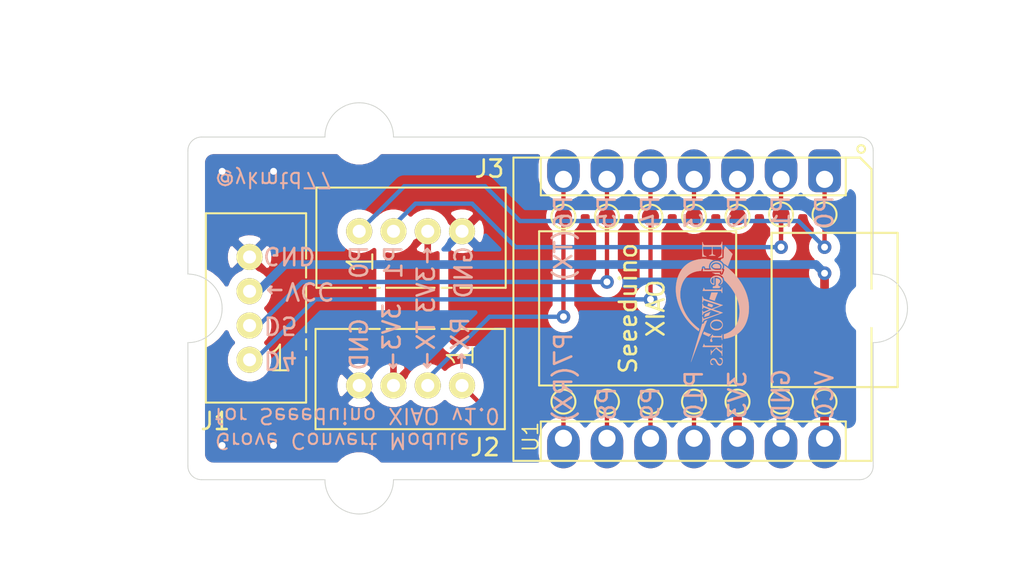
<source format=kicad_pcb>
(kicad_pcb (version 20171130) (host pcbnew "(5.1.6)-1")
  (layers (0 F.Cu signal) (31 B.Cu signal) (34 B.Paste user) (35 F.Paste user) (36 B.SilkS user) (37 F.SilkS user) (38 B.Mask user) (39 F.Mask user) (44 Edge.Cuts user))
  (net 0 "")
  (net 1 /GND)
  (net 2 /5V)
  (net 3 /A5_D5_SCL)
  (net 4 /A4_D4_SDA)
  (net 5 /A7_D7_RX)
  (net 6 /A6_D6_TX)
  (net 7 /3V3)
  (net 8 /A1_D1)
  (net 9 /A0_D0)
  (net 10 /A2_D2)
  (net 11 /A3_D3)
  (net 12 /A8_D8_SCK)
  (net 13 /A9_D9_MISO)
  (net 14 /A10_D10_MOSI)
  (module "SeeeduinoXIAO_Header:Seeeduino XIAO-MOUDLE14P-2.54-21X17.8MM_Header" (layer F.Cu) (at 119 101.2 270)
    (fp_text reference U1 (at 16.3 -1 270) (layer F.SilkS) (effects (font (size 0.889 0.889) (thickness 0.1016))))
    (fp_text value "" (at 8.89 -10.795 270) (layer F.SilkS) (effects (font (size 0.6096 0.6096) (thickness 0.0762))))
    (pad 1 thru_hole roundrect (at 1.27 -18.161 270) (size 2.5 1.9) (drill 1 (offset -0.5 0)) (layers *.Cu *.Mask) (net 9 /A0_D0))
    (pad 2 thru_hole oval (at 1.27 -15.621 270) (size 2.5 1.9) (drill 1 (offset -0.5 0)) (layers *.Cu *.Mask) (net 8 /A1_D1))
    (pad 3 thru_hole oval (at 1.27 -13.081 270) (size 2.5 1.9) (drill 1 (offset -0.5 0)) (layers *.Cu *.Mask) (net 10 /A2_D2))
    (pad 4 thru_hole oval (at 1.27 -10.541 270) (size 2.5 1.9) (drill 1 (offset -0.5 0)) (layers *.Cu *.Mask) (net 11 /A3_D3))
    (pad 5 thru_hole oval (at 1.27 -8.001 270) (size 2.5 1.9) (drill 1 (offset -0.5 0)) (layers *.Cu *.Mask) (net 4 /A4_D4_SDA))
    (pad 6 thru_hole oval (at 1.27 -5.461 270) (size 2.5 1.9) (drill 1 (offset -0.5 0)) (layers *.Cu *.Mask) (net 3 /A5_D5_SCL))
    (pad 7 thru_hole oval (at 1.27 -2.921 270) (size 2.5 1.9) (drill 1 (offset -0.5 0)) (layers *.Cu *.Mask) (net 6 /A6_D6_TX))
    (pad 8 thru_hole oval (at 16.383 -2.921 270) (size 2.5 1.9) (drill 1 (offset 0.5 0)) (layers *.Cu *.Mask) (net 5 /A7_D7_RX))
    (pad 9 thru_hole oval (at 16.383 -5.461 270) (size 2.5 1.9) (drill 1 (offset 0.5 0)) (layers *.Cu *.Mask) (net 12 /A8_D8_SCK))
    (pad 10 thru_hole oval (at 16.383 -8.001 270) (size 2.5 1.9) (drill 1 (offset 0.5 0)) (layers *.Cu *.Mask) (net 13 /A9_D9_MISO))
    (pad 11 thru_hole oval (at 16.383 -10.541 270) (size 2.5 1.9) (drill 1 (offset 0.5 0)) (layers *.Cu *.Mask) (net 14 /A10_D10_MOSI))
    (pad 12 thru_hole oval (at 16.383 -13.081 270) (size 2.5 1.9) (drill 1 (offset 0.5 0)) (layers *.Cu *.Mask) (net 7 /3V3))
    (pad 13 thru_hole oval (at 16.383 -15.621 270) (size 2.5 1.9) (drill 1 (offset 0.5 0)) (layers *.Cu *.Mask) (net 1 /GND))
    (pad 14 thru_hole oval (at 16.383 -18.161 270) (size 2.5 1.9) (drill 1 (offset 0.5 0)) (layers *.Cu *.Mask) (net 2 /5V))
  )
  (module Connector_Grove:Grove_1x04 (layer F.Cu) (at 103.6 113 180)
    (fp_text reference J1 (at 2 -3.586 180) (layer F.SilkS))
    (fp_text value Conn_01x04)
    (fp_text user 1 (at -1.775 0.075 180) (layer F.SilkS) (effects (font (size 1.5 1.5) (thickness 0.12))))
    (pad 1 thru_hole circle (at 0 0 180) (size 1.524 1.524) (drill 0.762) (layers *.Cu *.Mask F.SilkS) (net 4 /A4_D4_SDA))
    (pad 2 thru_hole circle (at 0 2 180) (size 1.524 1.524) (drill 0.762) (layers *.Cu *.Mask F.SilkS) (net 3 /A5_D5_SCL))
    (pad 3 thru_hole circle (at 0 4 180) (size 1.524 1.524) (drill 0.762) (layers *.Cu *.Mask F.SilkS) (net 2 /5V))
    (pad 4 thru_hole circle (at 0 6 180) (size 1.524 1.524) (drill 0.762) (layers *.Cu *.Mask F.SilkS) (net 1 /GND))
  )
  (module Connector_Grove:Grove_1x04 (layer F.Cu) (at 116 114.5 270)
    (fp_text reference J2 (at 3.61 -1.348) (layer F.SilkS))
    (fp_text value Conn_01x04)
    (fp_text user 1 (at -1.775 0.075 270) (layer F.SilkS) (effects (font (size 1.5 1.5) (thickness 0.12))))
    (pad 1 thru_hole circle (at 0 0 270) (size 1.524 1.524) (drill 0.762) (layers *.Cu *.Mask F.SilkS) (net 5 /A7_D7_RX))
    (pad 2 thru_hole circle (at 0 2 270) (size 1.524 1.524) (drill 0.762) (layers *.Cu *.Mask F.SilkS) (net 6 /A6_D6_TX))
    (pad 3 thru_hole circle (at 0 4 270) (size 1.524 1.524) (drill 0.762) (layers *.Cu *.Mask F.SilkS) (net 7 /3V3))
    (pad 4 thru_hole circle (at 0 6 270) (size 1.524 1.524) (drill 0.762) (layers *.Cu *.Mask F.SilkS) (net 1 /GND))
  )
  (module Connector_Grove:Grove_1x04 (layer F.Cu) (at 110 105.5 90)
    (fp_text reference J3 (at 3.646 7.602 180) (layer F.SilkS))
    (fp_text value Conn_01x04)
    (fp_text user 1 (at -1.775 0.075 90) (layer F.SilkS) (effects (font (size 1.5 1.5) (thickness 0.12))))
    (pad 1 thru_hole circle (at 0 0 90) (size 1.524 1.524) (drill 0.762) (layers *.Cu *.Mask F.SilkS) (net 9 /A0_D0))
    (pad 2 thru_hole circle (at 0 2 90) (size 1.524 1.524) (drill 0.762) (layers *.Cu *.Mask F.SilkS) (net 8 /A1_D1))
    (pad 3 thru_hole circle (at 0 4 90) (size 1.524 1.524) (drill 0.762) (layers *.Cu *.Mask F.SilkS) (net 7 /3V3))
    (pad 4 thru_hole circle (at 0 6 90) (size 1.524 1.524) (drill 0.762) (layers *.Cu *.Mask F.SilkS) (net 1 /GND))
  )
  (module TestPoint:TestPoint_Pad_D1.0mm (layer F.Cu) (at 137.16 104.521 90)
    (fp_text reference "" (at 0 -1.448 90) (layer F.SilkS))
    (fp_text value TestPoint)
    (pad 1 smd circle (at 0 0 90) (size 1 1) (layers F.Cu F.Mask) (net 9 /A0_D0))
  )
  (module TestPoint:TestPoint_Pad_D1.0mm (layer F.Cu) (at 134.62 104.521)
    (fp_text reference "" (at 0 -1.448) (layer F.SilkS))
    (fp_text value TestPoint)
    (pad 1 smd circle (at 0 0) (size 1 1) (layers F.Cu F.Mask) (net 8 /A1_D1))
  )
  (module TestPoint:TestPoint_Pad_D1.0mm (layer F.Cu) (at 132.08 104.648)
    (fp_text reference "" (at 0 -1.448) (layer F.SilkS))
    (fp_text value TestPoint)
    (pad 1 smd circle (at 0 0) (size 1 1) (layers F.Cu F.Mask) (net 10 /A2_D2))
  )
  (module TestPoint:TestPoint_Pad_D1.0mm (layer F.Cu) (at 129.54 104.648)
    (fp_text reference "" (at -6.735001 17.574999) (layer F.SilkS))
    (fp_text value TestPoint)
    (pad 1 smd circle (at 0 0) (size 1 1) (layers F.Cu F.Mask) (net 11 /A3_D3))
  )
  (module TestPoint:TestPoint_Pad_D1.0mm (layer F.Cu) (at 127 104.648 90)
    (fp_text reference "" (at 0 -1.448 90) (layer F.SilkS))
    (fp_text value TestPoint)
    (pad 1 smd circle (at 0 0 90) (size 1 1) (layers F.Cu F.Mask) (net 4 /A4_D4_SDA))
  )
  (module TestPoint:TestPoint_Pad_D1.0mm (layer F.Cu) (at 124.46 104.648)
    (fp_text reference "" (at 0 -1.448) (layer F.SilkS))
    (fp_text value TestPoint)
    (pad 1 smd circle (at 0 0) (size 1 1) (layers F.Cu F.Mask) (net 3 /A5_D5_SCL))
  )
  (module TestPoint:TestPoint_Pad_D1.0mm (layer F.Cu) (at 121.92 104.648)
    (fp_text reference "" (at 0 -1.448) (layer F.SilkS))
    (fp_text value TestPoint)
    (pad 1 smd circle (at 0 0) (size 1 1) (layers F.Cu F.Mask) (net 6 /A6_D6_TX))
  )
  (module TestPoint:TestPoint_Pad_D1.0mm (layer F.Cu) (at 121.92 115.443)
    (fp_text reference "" (at 0 -1.448) (layer F.SilkS))
    (fp_text value TestPoint)
    (pad 1 smd circle (at 0 0) (size 1 1) (layers F.Cu F.Mask) (net 5 /A7_D7_RX))
  )
  (module TestPoint:TestPoint_Pad_D1.0mm (layer F.Cu) (at 124.46 115.443)
    (fp_text reference "" (at 0 -1.448) (layer F.SilkS))
    (fp_text value TestPoint)
    (pad 1 smd circle (at 0 0) (size 1 1) (layers F.Cu F.Mask) (net 12 /A8_D8_SCK))
  )
  (module TestPoint:TestPoint_Pad_D1.0mm (layer F.Cu) (at 127 115.443)
    (fp_text reference "" (at 0 -1.448) (layer F.SilkS))
    (fp_text value TestPoint)
    (pad 1 smd circle (at 0 0) (size 1 1) (layers F.Cu F.Mask) (net 13 /A9_D9_MISO))
  )
  (module TestPoint:TestPoint_Pad_D1.0mm (layer F.Cu) (at 129.54 115.443)
    (fp_text reference "" (at 0 -1.448) (layer F.SilkS))
    (fp_text value TestPoint)
    (pad 1 smd circle (at 0 0) (size 1 1) (layers F.Cu F.Mask) (net 14 /A10_D10_MOSI))
  )
  (module TestPoint:TestPoint_Pad_D1.0mm (layer F.Cu) (at 132.08 115.443)
    (fp_text reference "" (at 0 -1.448) (layer F.SilkS))
    (fp_text value TestPoint)
    (pad 1 smd circle (at 0 0) (size 1 1) (layers F.Cu F.Mask) (net 7 /3V3))
  )
  (module TestPoint:TestPoint_Pad_D1.0mm (layer F.Cu) (at 134.62 115.443)
    (fp_text reference "" (at 12.446 -2.286) (layer F.SilkS))
    (fp_text value TestPoint)
    (pad 1 smd circle (at 0 0) (size 1 1) (layers F.Cu F.Mask) (net 1 /GND))
  )
  (module TestPoint:TestPoint_Pad_D1.0mm (layer F.Cu) (at 137.16 115.443)
    (fp_text reference "" (at 9.398 -0.254) (layer F.SilkS))
    (fp_text value TestPoint)
    (pad 1 smd circle (at 0 0) (size 1 1) (layers F.Cu F.Mask) (net 2 /5V))
  )
  (module MountingHole:MountingHole_2.2mm_M2 (layer F.Cu) (at 110 100)
    (fp_text reference "" (at 5.824 -3.48) (layer F.SilkS))
    (fp_text value MountingHole_2.2mm_M2)
    (pad 1 np_thru_hole circle (at 0 0) (size 2.2 2.2) (drill 2.2) (layers *.Cu *.Mask))
  )
  (module MountingHole:MountingHole_2.2mm_M2 (layer F.Cu) (at 110 120)
    (fp_text reference "" (at -0.018 4.968) (layer F.SilkS))
    (fp_text value MountingHole_2.2mm_M2)
    (pad 1 np_thru_hole circle (at 0 0) (size 2.2 2.2) (drill 2.2) (layers *.Cu *.Mask))
  )
  (module MountingHole:MountingHole_2.2mm_M2 (layer F.Cu) (at 140 110)
    (fp_text reference "" (at 8.59 -1.288) (layer F.SilkS))
    (fp_text value MountingHole_2.2mm_M2)
    (pad 1 np_thru_hole circle (at 0 0) (size 2.2 2.2) (drill 2.2) (layers *.Cu *.Mask))
  )
  (module image_silk:image_edelworks_logo_origin (layer B.Cu) (at 130.5 109.5 270)
    (fp_text reference "" hide)
    (fp_text value "" hide)
  )
  (gr_line (start 132 105.5) (end 120.5 105.5) (angle 90) (layer F.SilkS) (width 0.12))
  (gr_line (start 132 114.5) (end 132 105.5) (angle 90) (layer F.SilkS) (width 0.12))
  (gr_line (start 120.5 114.5) (end 132 114.5) (angle 90) (layer F.SilkS) (width 0.12))
  (gr_line (start 120.5 105.5) (end 120.5 114.5) (angle 90) (layer F.SilkS) (width 0.12))
  (gr_text "Seeeduino\nXIAO" (at 126.5 110 90) (layer F.SilkS) (effects (font (size 1 1))))
  (gr_text "Grove Convert Module\nfor Seeeduino XIAO v1.0" (at 101.5 117 180) (layer B.SilkS) (effects (font (size 0.9 0.9) (thickness 0.12)) (justify left mirror)))
  (gr_text @ykmtd77 (at 101.5 102.5 180) (layer B.SilkS) (effects (font (size 0.9 0.9) (thickness 0.12)) (justify left mirror)))
  (gr_text P0 (at 137.16 104.394 90) (layer B.SilkS) (effects (font (size 1 1)) (justify mirror)))
  (gr_text P1 (at 134.62 104.394 90) (layer B.SilkS) (effects (font (size 1 1)) (justify mirror)))
  (gr_text P2 (at 132.08 104.394 90) (layer B.SilkS) (effects (font (size 1 1)) (justify mirror)))
  (gr_text P3 (at 129.54 104.394 90) (layer B.SilkS) (effects (font (size 1 1)) (justify mirror)))
  (gr_text P4 (at 127 104.394 90) (layer B.SilkS) (effects (font (size 1 1)) (justify mirror)))
  (gr_text P5 (at 124.46 104.394 90) (layer B.SilkS) (effects (font (size 1 1)) (justify mirror)))
  (gr_text "P6(TX)" (at 121.92 105.918 90) (layer B.SilkS) (effects (font (size 1 1)) (justify mirror)))
  (gr_text "P7(RX)" (at 121.92 114.046 90) (layer B.SilkS) (effects (font (size 1 1)) (justify mirror)))
  (gr_text "P8\n" (at 124.46 115.57 90) (layer B.SilkS) (effects (font (size 1 1)) (justify mirror)))
  (gr_text P9 (at 127 115.57 90) (layer B.SilkS) (effects (font (size 1 1)) (justify mirror)))
  (gr_text P10 (at 129.54 115.062 90) (layer B.SilkS) (effects (font (size 1 1)) (justify mirror)))
  (gr_text 3V3 (at 132.08 115.062 90) (layer B.SilkS) (effects (font (size 1 1)) (justify mirror)))
  (gr_text GND (at 134.62 115.062 90) (layer B.SilkS) (effects (font (size 1 1)) (justify mirror)))
  (gr_text VCC (at 137.16 115.062 90) (layer B.SilkS) (effects (font (size 1 1)) (justify mirror)))
  (gr_text RX← (at 115.9 112.1 90) (layer B.SilkS) (effects (font (size 1 1)) (justify mirror)))
  (gr_text TX→ (at 113.9 112.2 90) (layer B.SilkS) (effects (font (size 1 1)) (justify mirror)))
  (gr_text 3V3→ (at 111.9 111.7 90) (layer B.SilkS) (effects (font (size 1 1)) (justify mirror)))
  (gr_text "GND\n" (at 110 112.1 90) (layer B.SilkS) (effects (font (size 1 1)) (justify mirror)))
  (gr_text P0 (at 110 107.3 90) (layer B.SilkS) (effects (font (size 1 1)) (justify mirror)))
  (gr_text P1 (at 112 107.3 90) (layer B.SilkS) (effects (font (size 1 1)) (justify mirror)))
  (gr_text ←3V3 (at 113.9 108.3 90) (layer B.SilkS) (effects (font (size 1 1)) (justify mirror)))
  (gr_text GND (at 116.1 107.9 90) (layer B.SilkS) (effects (font (size 1 1)) (justify mirror)))
  (gr_text GND (at 105.918 106.934 180) (layer B.SilkS) (effects (font (size 1 1)) (justify mirror)))
  (gr_text ←VCC (at 106.5 109 180) (layer B.SilkS) (effects (font (size 1 1)) (justify mirror)))
  (gr_text D5 (at 105.41 110.998 180) (layer B.SilkS) (effects (font (size 1 1)) (justify mirror)))
  (gr_text D4 (at 105.41 113.03 180) (layer B.SilkS) (effects (font (size 1 1)) (justify mirror)))
  (gr_line (start 140 112) (end 140 119.2) (angle 90) (layer Edge.Cuts) (width 0.05))
  (gr_line (start 140 100.8) (end 140 108) (angle 90) (layer Edge.Cuts) (width 0.05))
  (gr_line (start 100.8 120) (end 108 120) (angle 90) (layer Edge.Cuts) (width 0.05))
  (gr_line (start 100 112) (end 100 119.2) (angle 90) (layer Edge.Cuts) (width 0.05))
  (gr_line (start 100 100.8) (end 100 108) (angle 90) (layer Edge.Cuts) (width 0.05))
  (gr_line (start 108 100) (end 100.8 100) (angle 90) (layer Edge.Cuts) (width 0.05))
  (gr_arc (start 140 110) (end 142 110) (angle 90) (layer Edge.Cuts) (width 0.05))
  (gr_arc (start 140 110) (end 140 108) (angle 90) (layer Edge.Cuts) (width 0.05))
  (gr_arc (start 100 110) (end 102 110) (angle 90) (layer Edge.Cuts) (width 0.05))
  (gr_arc (start 100 110) (end 100 108) (angle 90) (layer Edge.Cuts) (width 0.05))
  (gr_arc (start 100.8 100.8) (end 100 100.8) (angle 90) (layer Edge.Cuts) (width 0.05))
  (gr_arc (start 100.8 119.2) (end 100.8 120) (angle 90) (layer Edge.Cuts) (width 0.05))
  (gr_line (start 112 120) (end 139.2 120) (angle 90) (layer Edge.Cuts) (width 0.05))
  (gr_line (start 139.2 100) (end 112 100) (angle 90) (layer Edge.Cuts) (width 0.05))
  (gr_arc (start 139.2 100.8) (end 139.2 100) (angle 90) (layer Edge.Cuts) (width 0.05))
  (gr_arc (start 139.2 119.2) (end 140 119.2) (angle 90) (layer Edge.Cuts) (width 0.05))
  (gr_arc (start 110 120) (end 112 120) (angle 90) (layer Edge.Cuts) (width 0.05))
  (gr_arc (start 110 120) (end 110 122) (angle 90) (layer Edge.Cuts) (width 0.05))
  (gr_arc (start 110 100) (end 108 100) (angle 90) (layer Edge.Cuts) (width 0.05))
  (gr_arc (start 110 100) (end 110 98) (angle 90) (layer Edge.Cuts) (width 0.05))
  (via (at 102 102) (size 0.8) (drill 0.4) (layers F.Cu B.Cu) (net 1))
  (via (at 102 118) (size 0.8) (drill 0.4) (layers F.Cu B.Cu) (net 1))
  (via (at 105 102) (size 0.8) (drill 0.4) (layers F.Cu B.Cu) (net 1))
  (via (at 105 118) (size 0.8) (drill 0.4) (layers F.Cu B.Cu) (net 1))
  (segment (start 134.621 117.583) (end 134.621 115.444) (width 0.508) (layer F.Cu) (net 1))
  (segment (start 134.621 115.444) (end 134.62 115.443) (width 0.508) (layer F.Cu) (net 1))
  (segment (start 137.161 117.583) (end 137.161 115.063) (width 0.508) (layer F.Cu) (net 2))
  (segment (start 137.161 117.583) (end 137.161 115.063) (width 0.25) (layer F.Cu) (net 2))
  (segment (start 137.161 115.063) (end 137.16 115.062) (width 0.25) (layer F.Cu) (net 2))
  (segment (start 137.16 107.95) (end 137.16 113.792) (width 0.508) (layer F.Cu) (net 2))
  (via (at 137.16 107.95) (size 0.8) (drill 0.4) (layers F.Cu B.Cu) (net 2))
  (segment (start 137.16 113.792) (end 137.16 115.062) (width 0.508) (layer F.Cu) (net 2))
  (segment (start 136.94 107.73) (end 137.16 107.95) (width 0.25) (layer B.Cu) (net 2))
  (segment (start 103.6 109) (end 103.852 109) (width 0.381) (layer B.Cu) (net 2))
  (segment (start 103.6 109) (end 104.106 109) (width 0.508) (layer B.Cu) (net 2))
  (segment (start 137.16 107.95) (end 137.16 107.95) (width 0.508) (layer B.Cu) (net 2))
  (segment (start 136.652 107.442) (end 137.16 107.95) (width 0.508) (layer B.Cu) (net 2))
  (segment (start 105.664 107.442) (end 136.652 107.442) (width 0.508) (layer B.Cu) (net 2))
  (segment (start 104.106 109) (end 105.664 107.442) (width 0.508) (layer B.Cu) (net 2))
  (segment (start 124.461 101.962) (end 124.461 108.457) (width 0.25) (layer F.Cu) (net 3))
  (segment (start 104.138 111) (end 103.6 111) (width 0.254) (layer B.Cu) (net 3))
  (segment (start 106.68 108.458) (end 104.138 111) (width 0.254) (layer B.Cu) (net 3))
  (segment (start 107.188 108.458) (end 106.68 108.458) (width 0.254) (layer B.Cu) (net 3))
  (via (at 124.46 108.458) (size 0.8) (drill 0.4) (layers F.Cu B.Cu) (net 3))
  (segment (start 124.461 108.457) (end 124.46 108.458) (width 0.25) (layer F.Cu) (net 3))
  (segment (start 107.188 108.458) (end 124.46 108.458) (width 0.254) (layer B.Cu) (net 3))
  (segment (start 103.884 111) (end 103.6 111) (width 0.254) (layer B.Cu) (net 3))
  (segment (start 127.001 101.962) (end 127.001 109.473) (width 0.25) (layer F.Cu) (net 4))
  (segment (start 107.696 109.474) (end 107.442 109.474) (width 0.254) (layer B.Cu) (net 4))
  (segment (start 127 109.474) (end 107.696 109.474) (width 0.254) (layer B.Cu) (net 4))
  (segment (start 103.916 113) (end 107.442 109.474) (width 0.254) (layer B.Cu) (net 4))
  (segment (start 103.916 113) (end 103.6 113) (width 0.254) (layer B.Cu) (net 4))
  (segment (start 127.001 109.473) (end 127 109.474) (width 0.25) (layer F.Cu) (net 4))
  (via (at 127 109.474) (size 0.8) (drill 0.4) (layers F.Cu B.Cu) (net 4))
  (segment (start 121.921 115.063) (end 121.92 115.062) (width 0.254) (layer F.Cu) (net 5))
  (segment (start 116.562 115.062) (end 116 114.5) (width 0.25) (layer F.Cu) (net 5))
  (segment (start 121.921 117.583) (end 121.921 115.063) (width 0.254) (layer F.Cu) (net 5))
  (segment (start 121.92 115.443) (end 121.793 115.443) (width 0.25) (layer F.Cu) (net 5))
  (segment (start 121.793 115.443) (end 121.666 115.57) (width 0.25) (layer F.Cu) (net 5))
  (segment (start 121.666 115.57) (end 117.07 115.57) (width 0.25) (layer F.Cu) (net 5))
  (segment (start 117.07 115.57) (end 116 114.5) (width 0.25) (layer F.Cu) (net 5))
  (segment (start 121.921 102.47) (end 121.921 104.901) (width 0.25) (layer F.Cu) (net 6))
  (segment (start 121.921 104.901) (end 121.92 104.902) (width 0.25) (layer F.Cu) (net 6))
  (via (at 121.92 110.49) (size 0.8) (drill 0.4) (layers F.Cu B.Cu) (net 6))
  (segment (start 114 114.092) (end 114.3 113.792) (width 0.254) (layer B.Cu) (net 6))
  (segment (start 114 114.5) (end 114 114.092) (width 0.254) (layer B.Cu) (net 6))
  (segment (start 121.92 110.49) (end 121.92 104.394) (width 0.25) (layer F.Cu) (net 6))
  (segment (start 121.92 110.49) (end 117.602 110.49) (width 0.254) (layer B.Cu) (net 6))
  (segment (start 114.3 113.792) (end 117.602 110.49) (width 0.254) (layer B.Cu) (net 6))
  (segment (start 112 114.5) (end 112 112.917) (width 0.381) (layer F.Cu) (net 7))
  (segment (start 112 112.917) (end 112.014 112.903) (width 0.381) (layer F.Cu) (net 7))
  (segment (start 112.014 112.903) (end 113.919 112.903) (width 0.381) (layer F.Cu) (net 7))
  (segment (start 113.919 112.903) (end 114 112.822) (width 0.381) (layer F.Cu) (net 7))
  (segment (start 114 112.822) (end 114 112.776) (width 0.381) (layer F.Cu) (net 7))
  (segment (start 114 112.776) (end 114 105.5) (width 0.381) (layer F.Cu) (net 7))
  (segment (start 132.08 115.443) (end 132.08 117.582) (width 0.508) (layer F.Cu) (net 7))
  (segment (start 132.08 117.582) (end 132.081 117.583) (width 0.508) (layer F.Cu) (net 7))
  (segment (start 132.08 115.443) (end 130.175 113.538) (width 0.254) (layer F.Cu) (net 7))
  (segment (start 114.173 112.776) (end 114 112.776) (width 0.254) (layer F.Cu) (net 7))
  (segment (start 114 112.603) (end 114.173 112.776) (width 0.254) (layer F.Cu) (net 7))
  (segment (start 114 112.476) (end 114 112.603) (width 0.254) (layer F.Cu) (net 7))
  (segment (start 114.554 113.03) (end 114 112.476) (width 0.254) (layer F.Cu) (net 7))
  (segment (start 116.967 113.03) (end 114.554 113.03) (width 0.254) (layer F.Cu) (net 7))
  (segment (start 117.475 113.538) (end 116.967 113.03) (width 0.254) (layer F.Cu) (net 7))
  (segment (start 130.175 113.538) (end 117.475 113.538) (width 0.254) (layer F.Cu) (net 7))
  (segment (start 134.621 102.47) (end 134.621 104.901) (width 0.254) (layer F.Cu) (net 8))
  (segment (start 134.621 104.901) (end 134.62 104.902) (width 0.254) (layer F.Cu) (net 8))
  (segment (start 134.62 105.029) (end 134.62 106.426) (width 0.254) (layer F.Cu) (net 8))
  (segment (start 119.126 106.426) (end 116.586 103.886) (width 0.254) (layer B.Cu) (net 8))
  (segment (start 119.761 106.426) (end 119.126 106.426) (width 0.254) (layer B.Cu) (net 8))
  (via (at 134.62 106.426) (size 0.8) (drill 0.4) (layers F.Cu B.Cu) (net 8))
  (segment (start 112 105.17) (end 112 105.5) (width 0.254) (layer B.Cu) (net 8))
  (segment (start 112 105.17) (end 113.284 103.886) (width 0.254) (layer B.Cu) (net 8))
  (segment (start 113.284 103.886) (end 116.586 103.886) (width 0.254) (layer B.Cu) (net 8))
  (segment (start 119.761 106.426) (end 134.62 106.426) (width 0.254) (layer B.Cu) (net 8))
  (segment (start 134.62 104.902) (end 134.62 105.664) (width 0.254) (layer F.Cu) (net 8))
  (segment (start 110 105.5) (end 110 105.936) (width 0.25) (layer B.Cu) (net 9))
  (segment (start 137.16 104.14) (end 137.16 106.426) (width 0.25) (layer F.Cu) (net 9))
  (segment (start 112.63 102.87) (end 110 105.5) (width 0.254) (layer B.Cu) (net 9))
  (segment (start 117.348 102.87) (end 112.63 102.87) (width 0.254) (layer B.Cu) (net 9))
  (segment (start 119.38 104.902) (end 117.348 102.87) (width 0.254) (layer B.Cu) (net 9))
  (segment (start 135.636 104.902) (end 119.38 104.902) (width 0.254) (layer B.Cu) (net 9))
  (segment (start 137.16 106.426) (end 135.636 104.902) (width 0.254) (layer B.Cu) (net 9))
  (via (at 137.16 106.426) (size 0.8) (drill 0.4) (layers F.Cu B.Cu) (net 9))
  (segment (start 137.16 104.902) (end 137.161 104.901) (width 0.25) (layer F.Cu) (net 9))
  (segment (start 137.161 104.901) (end 137.161 102.47) (width 0.25) (layer F.Cu) (net 9))
  (segment (start 132.081 102.47) (end 132.081 104.901) (width 0.25) (layer F.Cu) (net 10))
  (segment (start 132.081 104.901) (end 132.08 104.902) (width 0.25) (layer F.Cu) (net 10))
  (segment (start 129.54 104.902) (end 129.54 102.471) (width 0.25) (layer F.Cu) (net 11))
  (segment (start 129.54 102.471) (end 129.541 102.47) (width 0.25) (layer F.Cu) (net 11))
  (segment (start 124.46 115.062) (end 124.46 117.582) (width 0.254) (layer F.Cu) (net 12))
  (segment (start 124.46 117.582) (end 124.461 117.583) (width 0.254) (layer F.Cu) (net 12))
  (segment (start 127 115.062) (end 127 117.582) (width 0.254) (layer F.Cu) (net 13))
  (segment (start 127 117.582) (end 127.001 117.583) (width 0.254) (layer F.Cu) (net 13))
  (segment (start 129.54 115.062) (end 129.54 117.582) (width 0.254) (layer F.Cu) (net 14))
  (segment (start 129.54 117.582) (end 129.541 117.583) (width 0.254) (layer F.Cu) (net 14))
  (zone (net 7) (net_name /3V3) (layer F.Cu) (connect_pads (clearance 0.508)) (min_thickness 0.254) (fill yes (arc_segments 32) (thermal_gap 0.508) (thermal_bridge_width 0.508) (smoothing fillet) (radius 0.5))
    (polygon (pts (xy 114.8 112.5) (xy 133.2 112.5) (xy 133.2 115.5) (xy 131.2 115.5) (xy 131.2 114.9) (xy 121.2 114.9) (xy 121.2 114.7) (xy 111.5 114.7) (xy 111.5 106) (xy 113.5 106) (xy 113.5 105.2) (xy 114.8 105.2)))
  )
  (zone (net 1) (net_name /GND) (layer F.Cu) (priority 1) (connect_pads (clearance 0.508)) (min_thickness 0.254) (fill yes (arc_segments 32) (thermal_gap 0.508) (thermal_bridge_width 0.508) (smoothing fillet) (radius 0.5))
    (polygon (pts (xy 139 115.5) (xy 133.6 115.5) (xy 133.6 112.2) (xy 115.2 112.2) (xy 115.2 105) (xy 111 105) (xy 111 112) (xy 111 115) (xy 121 115) (xy 121 119) (xy 101 119) (xy 101 101) (xy 121.5 101) (xy 121.5 104.5) (xy 139 104.5)))
  )
  (zone (net 1) (net_name /GND) (layer B.Cu) (connect_pads (clearance 0.508)) (min_thickness 0.254) (fill yes (arc_segments 32) (thermal_gap 0.508) (thermal_bridge_width 0.508) (smoothing fillet) (radius 0.5))
    (polygon (pts (xy 139 117) (xy 138 117) (xy 138 119) (xy 101 119) (xy 101 101) (xy 138 101) (xy 138 103) (xy 139 103)))
  )
)
</source>
